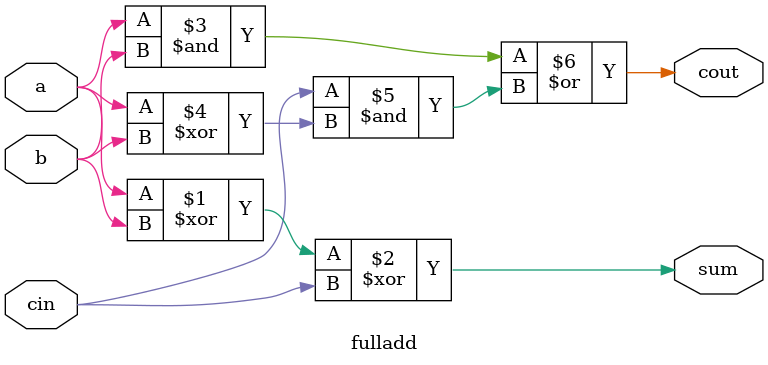
<source format=v>
`timescale 1ns / 1ps
module fulladd(
  input a,b,cin,
  output cout,sum  );
  
  assign sum = a^b^cin ;
  assign cout = (a&b)|(cin&(a^b)) ;

endmodule

</source>
